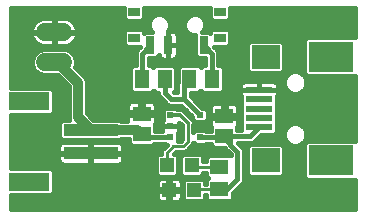
<source format=gtl>
G75*
%MOIN*%
%OFA0B0*%
%FSLAX24Y24*%
%IPPOS*%
%LPD*%
%AMOC8*
5,1,8,0,0,1.08239X$1,22.5*
%
%ADD10R,0.0236X0.0197*%
%ADD11R,0.0512X0.0630*%
%ADD12R,0.0630X0.0512*%
%ADD13R,0.0591X0.0512*%
%ADD14R,0.0472X0.0472*%
%ADD15R,0.1811X0.0394*%
%ADD16R,0.1339X0.0630*%
%ADD17R,0.0945X0.0787*%
%ADD18R,0.0909X0.0197*%
%ADD19R,0.1500X0.1000*%
%ADD20R,0.0394X0.0315*%
%ADD21R,0.0276X0.0591*%
%ADD22C,0.0594*%
%ADD23C,0.0160*%
%ADD24C,0.0320*%
%ADD25C,0.0100*%
%ADD26C,0.0120*%
D10*
X005718Y002759D03*
X005718Y003133D03*
X005718Y003507D03*
X006703Y003507D03*
X006703Y002759D03*
D11*
X006348Y004708D03*
X005522Y004708D03*
X004774Y004708D03*
X007096Y004708D03*
D12*
X007352Y001774D03*
X007352Y001026D03*
D13*
X007510Y002798D03*
X007510Y003467D03*
X004754Y003546D03*
X004754Y002877D03*
D14*
X005600Y001834D03*
X006427Y001834D03*
X006506Y001007D03*
X005679Y001007D03*
D15*
X003061Y002227D03*
X003061Y003015D03*
D16*
X001014Y003960D03*
X001014Y001282D03*
D17*
X008888Y001991D03*
X008888Y005456D03*
D18*
X008666Y004353D03*
X008666Y004038D03*
X008666Y003723D03*
X008666Y003408D03*
X008666Y003093D03*
D19*
X011053Y001991D03*
X011053Y005456D03*
D20*
X007372Y006086D03*
X007372Y006952D03*
X004498Y006952D03*
X004498Y006086D03*
D21*
X005049Y005830D03*
X005640Y005830D03*
X006821Y005830D03*
D22*
X002137Y006271D02*
X001544Y006271D01*
X001544Y005271D02*
X002137Y005271D01*
D23*
X000406Y000827D02*
X000406Y000360D01*
X011857Y000360D01*
X011857Y001351D01*
X010245Y001351D01*
X010163Y001433D01*
X010163Y002549D01*
X010245Y002631D01*
X011857Y002631D01*
X011857Y004816D01*
X010245Y004816D01*
X010163Y004898D01*
X010163Y006014D01*
X010245Y006096D01*
X011857Y006096D01*
X011857Y007087D01*
X007709Y007087D01*
X007709Y006736D01*
X007627Y006654D01*
X007117Y006654D01*
X007035Y006736D01*
X007035Y007087D01*
X004835Y007087D01*
X004835Y006736D01*
X004753Y006654D01*
X004243Y006654D01*
X004161Y006736D01*
X004161Y007087D01*
X000406Y007087D01*
X000406Y004414D01*
X001741Y004414D01*
X001823Y004332D01*
X001823Y003587D01*
X001741Y003505D01*
X000406Y003505D01*
X000406Y001737D01*
X001741Y001737D01*
X001823Y001655D01*
X001823Y000909D01*
X001741Y000827D01*
X000406Y000827D01*
X000406Y000814D02*
X005263Y000814D01*
X005263Y000747D02*
X005275Y000701D01*
X005299Y000660D01*
X005332Y000627D01*
X005373Y000603D01*
X005419Y000591D01*
X005641Y000591D01*
X005641Y000969D01*
X005263Y000969D01*
X005263Y000747D01*
X005303Y000656D02*
X000406Y000656D01*
X000406Y000497D02*
X011857Y000497D01*
X011857Y000656D02*
X007750Y000656D01*
X007725Y000631D02*
X007807Y000713D01*
X007807Y000914D01*
X007828Y000935D01*
X008163Y001270D01*
X008163Y002377D01*
X008034Y002506D01*
X007962Y002578D01*
X008462Y002578D01*
X008590Y002707D01*
X008738Y002855D01*
X009178Y002855D01*
X009260Y002937D01*
X009260Y003250D01*
X009259Y003251D01*
X009260Y003252D01*
X009260Y003565D01*
X009259Y003566D01*
X009260Y003567D01*
X009260Y003880D01*
X009259Y003881D01*
X009260Y003882D01*
X009260Y004140D01*
X009264Y004144D01*
X009288Y004185D01*
X009300Y004231D01*
X009300Y004353D01*
X008666Y004353D01*
X008666Y004353D01*
X009300Y004353D01*
X009300Y004475D01*
X009288Y004521D01*
X009264Y004562D01*
X009231Y004596D01*
X009190Y004619D01*
X009144Y004632D01*
X008666Y004632D01*
X008666Y004353D01*
X008666Y004353D01*
X008031Y004353D01*
X008031Y004231D01*
X008044Y004185D01*
X008067Y004144D01*
X008071Y004140D01*
X008071Y003882D01*
X008072Y003881D01*
X008071Y003880D01*
X008071Y003567D01*
X008072Y003566D01*
X008071Y003565D01*
X008071Y003252D01*
X008072Y003251D01*
X008071Y003250D01*
X008071Y003018D01*
X007945Y003018D01*
X007945Y003097D01*
X007949Y003101D01*
X007973Y003142D01*
X007985Y003188D01*
X007985Y003419D01*
X007558Y003419D01*
X007558Y003515D01*
X007985Y003515D01*
X007985Y003747D01*
X007973Y003793D01*
X007949Y003834D01*
X007916Y003867D01*
X007875Y003891D01*
X007829Y003903D01*
X007558Y003903D01*
X007558Y003515D01*
X007462Y003515D01*
X007462Y003419D01*
X007035Y003419D01*
X007035Y003188D01*
X007047Y003142D01*
X007071Y003101D01*
X007075Y003097D01*
X007075Y002979D01*
X006897Y002979D01*
X006879Y002997D01*
X006527Y002997D01*
X006479Y002950D01*
X006479Y003158D01*
X006489Y003168D01*
X006489Y003306D01*
X006527Y003268D01*
X006879Y003268D01*
X006961Y003350D01*
X006961Y003663D01*
X006879Y003745D01*
X006775Y003745D01*
X006391Y004129D01*
X006391Y004253D01*
X006662Y004253D01*
X006722Y004313D01*
X006783Y004253D01*
X007410Y004253D01*
X007492Y004335D01*
X007492Y005081D01*
X007410Y005163D01*
X007316Y005163D01*
X007316Y005645D01*
X007188Y005774D01*
X007174Y005788D01*
X007627Y005788D01*
X007709Y005870D01*
X007709Y006301D01*
X007627Y006383D01*
X007117Y006383D01*
X007035Y006301D01*
X007035Y006246D01*
X007017Y006265D01*
X006777Y006265D01*
X006828Y006316D01*
X006883Y006448D01*
X006883Y006590D01*
X006828Y006721D01*
X006728Y006821D01*
X006597Y006876D01*
X006455Y006876D01*
X006323Y006821D01*
X006223Y006721D01*
X006168Y006590D01*
X006168Y006448D01*
X006223Y006316D01*
X006323Y006216D01*
X006455Y006161D01*
X006543Y006161D01*
X006543Y005476D01*
X006625Y005394D01*
X006876Y005394D01*
X006876Y005163D01*
X006783Y005163D01*
X006722Y005102D01*
X006662Y005163D01*
X006035Y005163D01*
X005953Y005081D01*
X005953Y004623D01*
X005951Y004622D01*
X005951Y004258D01*
X005841Y004258D01*
X005918Y004335D01*
X005918Y005081D01*
X005836Y005163D01*
X005208Y005163D01*
X005148Y005102D01*
X005087Y005163D01*
X004994Y005163D01*
X004994Y005394D01*
X005245Y005394D01*
X005327Y005476D01*
X005327Y005492D01*
X005334Y005465D01*
X005358Y005424D01*
X005391Y005390D01*
X005432Y005367D01*
X005478Y005354D01*
X005640Y005354D01*
X005801Y005354D01*
X005847Y005367D01*
X005888Y005390D01*
X005922Y005424D01*
X005945Y005465D01*
X005958Y005511D01*
X005958Y005830D01*
X005958Y006149D01*
X005945Y006194D01*
X005922Y006235D01*
X005888Y006269D01*
X005847Y006293D01*
X005801Y006305D01*
X005640Y006305D01*
X005640Y005830D01*
X005640Y005830D01*
X005958Y005830D01*
X005640Y005830D01*
X005640Y005830D01*
X005640Y006305D01*
X005636Y006305D01*
X005647Y006316D01*
X005702Y006448D01*
X005702Y006590D01*
X005647Y006721D01*
X005547Y006821D01*
X005416Y006876D01*
X005273Y006876D01*
X005142Y006821D01*
X005042Y006721D01*
X004987Y006590D01*
X004987Y006448D01*
X005042Y006316D01*
X005093Y006265D01*
X004853Y006265D01*
X004835Y006246D01*
X004835Y006301D01*
X004753Y006383D01*
X004243Y006383D01*
X004161Y006301D01*
X004161Y005870D01*
X004243Y005788D01*
X004696Y005788D01*
X004682Y005774D01*
X004554Y005645D01*
X004554Y005163D01*
X004460Y005163D01*
X004378Y005081D01*
X004378Y004335D01*
X004460Y004253D01*
X005087Y004253D01*
X005148Y004313D01*
X005208Y004253D01*
X005302Y004253D01*
X005302Y004164D01*
X005431Y004035D01*
X005647Y003818D01*
X006080Y003818D01*
X006445Y003454D01*
X006445Y003378D01*
X006116Y003707D01*
X005933Y003707D01*
X005895Y003745D01*
X005542Y003745D01*
X005460Y003663D01*
X005460Y003350D01*
X005463Y003348D01*
X005456Y003342D01*
X005433Y003301D01*
X005420Y003255D01*
X005420Y003133D01*
X005718Y003133D01*
X005718Y003133D01*
X005420Y003133D01*
X005420Y003011D01*
X005429Y002979D01*
X005189Y002979D01*
X005189Y003176D01*
X005193Y003180D01*
X005217Y003221D01*
X005229Y003267D01*
X005229Y003498D01*
X004802Y003498D01*
X004802Y003594D01*
X005229Y003594D01*
X005229Y003826D01*
X005217Y003872D01*
X005193Y003913D01*
X005160Y003946D01*
X005119Y003970D01*
X005073Y003982D01*
X004802Y003982D01*
X004802Y003594D01*
X004706Y003594D01*
X004706Y003498D01*
X004279Y003498D01*
X004279Y003315D01*
X004061Y003315D01*
X004025Y003351D01*
X003148Y003351D01*
X002928Y003572D01*
X002928Y004649D01*
X002882Y004759D01*
X002540Y005101D01*
X002574Y005184D01*
X002574Y005357D01*
X002508Y005518D01*
X002385Y005641D01*
X002224Y005707D01*
X001457Y005707D01*
X001296Y005641D01*
X001173Y005518D01*
X001107Y005357D01*
X001107Y005184D01*
X001173Y005023D01*
X001296Y004900D01*
X001457Y004834D01*
X001959Y004834D01*
X002328Y004465D01*
X002328Y003388D01*
X002343Y003351D01*
X002098Y003351D01*
X002015Y003269D01*
X002015Y002760D01*
X002098Y002678D01*
X004025Y002678D01*
X004061Y002715D01*
X004319Y002715D01*
X004319Y002563D01*
X004401Y002481D01*
X005107Y002481D01*
X005165Y002539D01*
X005524Y002539D01*
X005542Y002520D01*
X005605Y002520D01*
X005522Y002437D01*
X005410Y002326D01*
X005410Y002210D01*
X005306Y002210D01*
X005224Y002128D01*
X005224Y001539D01*
X005306Y001457D01*
X005895Y001457D01*
X005977Y001539D01*
X005977Y002128D01*
X005895Y002210D01*
X005832Y002210D01*
X005896Y002273D01*
X006211Y002273D01*
X006322Y002385D01*
X006479Y002542D01*
X006479Y002568D01*
X006527Y002520D01*
X006879Y002520D01*
X006897Y002539D01*
X007075Y002539D01*
X007075Y002484D01*
X007157Y002402D01*
X007516Y002402D01*
X007723Y002195D01*
X007723Y002170D01*
X006979Y002170D01*
X006897Y002088D01*
X006897Y001964D01*
X006803Y001964D01*
X006803Y002128D01*
X006721Y002210D01*
X006133Y002210D01*
X006051Y002128D01*
X006051Y001539D01*
X006133Y001457D01*
X006721Y001457D01*
X006803Y001539D01*
X006803Y001584D01*
X006897Y001584D01*
X006897Y001461D01*
X006958Y001400D01*
X006897Y001340D01*
X006897Y001216D01*
X006882Y001216D01*
X006882Y001301D01*
X006800Y001383D01*
X006212Y001383D01*
X006130Y001301D01*
X006130Y000713D01*
X006212Y000631D01*
X006800Y000631D01*
X006882Y000713D01*
X006882Y000836D01*
X006897Y000836D01*
X006897Y000713D01*
X006979Y000631D01*
X007725Y000631D01*
X007807Y000814D02*
X011857Y000814D01*
X011857Y000973D02*
X007865Y000973D01*
X008024Y001131D02*
X011857Y001131D01*
X011857Y001290D02*
X008163Y001290D01*
X007943Y001361D02*
X007608Y001026D01*
X007352Y001026D01*
X006897Y000814D02*
X006882Y000814D01*
X006825Y000656D02*
X006954Y000656D01*
X006187Y000656D02*
X006055Y000656D01*
X006059Y000660D02*
X006083Y000701D01*
X006095Y000747D01*
X006095Y000969D01*
X005717Y000969D01*
X005717Y001045D01*
X005641Y001045D01*
X005641Y001423D01*
X005419Y001423D01*
X005373Y001411D01*
X005332Y001387D01*
X005299Y001354D01*
X005275Y001312D01*
X005263Y001267D01*
X005263Y001045D01*
X005641Y001045D01*
X005641Y000969D01*
X005717Y000969D01*
X005717Y000591D01*
X005939Y000591D01*
X005985Y000603D01*
X006026Y000627D01*
X006059Y000660D01*
X006095Y000814D02*
X006130Y000814D01*
X006130Y000973D02*
X005717Y000973D01*
X005717Y001045D02*
X006095Y001045D01*
X006095Y001267D01*
X006083Y001312D01*
X006059Y001354D01*
X006026Y001387D01*
X005985Y001411D01*
X005939Y001423D01*
X005717Y001423D01*
X005717Y001045D01*
X005717Y001131D02*
X005641Y001131D01*
X005641Y000973D02*
X001823Y000973D01*
X001823Y001131D02*
X005263Y001131D01*
X005269Y001290D02*
X001823Y001290D01*
X001823Y001448D02*
X006910Y001448D01*
X006897Y001290D02*
X006882Y001290D01*
X006130Y001290D02*
X006089Y001290D01*
X006095Y001131D02*
X006130Y001131D01*
X005717Y001290D02*
X005641Y001290D01*
X005977Y001607D02*
X006051Y001607D01*
X006051Y001765D02*
X005977Y001765D01*
X005977Y001924D02*
X006051Y001924D01*
X006051Y002082D02*
X005977Y002082D01*
X005863Y002241D02*
X007678Y002241D01*
X007519Y002399D02*
X006336Y002399D01*
X006479Y002558D02*
X006489Y002558D01*
X006703Y002759D02*
X007470Y002759D01*
X007943Y002286D01*
X007943Y001361D01*
X008163Y001448D02*
X010163Y001448D01*
X010163Y001607D02*
X009500Y001607D01*
X009500Y001539D02*
X009500Y002443D01*
X009418Y002525D01*
X008357Y002525D01*
X008275Y002443D01*
X008275Y001539D01*
X008357Y001457D01*
X009418Y001457D01*
X009500Y001539D01*
X009500Y001765D02*
X010163Y001765D01*
X010163Y001924D02*
X009500Y001924D01*
X009500Y002082D02*
X010163Y002082D01*
X010163Y002241D02*
X009500Y002241D01*
X009500Y002399D02*
X010163Y002399D01*
X010172Y002558D02*
X010105Y002558D01*
X010085Y002538D02*
X010192Y002644D01*
X010249Y002782D01*
X010249Y002932D01*
X010192Y003071D01*
X010085Y003177D01*
X009947Y003234D01*
X009797Y003234D01*
X009659Y003177D01*
X009553Y003071D01*
X009495Y002932D01*
X009495Y002782D01*
X009553Y002644D01*
X009659Y002538D01*
X009797Y002480D01*
X009947Y002480D01*
X010085Y002538D01*
X010221Y002716D02*
X011857Y002716D01*
X011857Y002875D02*
X010249Y002875D01*
X010207Y003033D02*
X011857Y003033D01*
X011857Y003192D02*
X010050Y003192D01*
X009694Y003192D02*
X009260Y003192D01*
X009260Y003350D02*
X011857Y003350D01*
X011857Y003509D02*
X009260Y003509D01*
X009260Y003667D02*
X011857Y003667D01*
X011857Y003826D02*
X009260Y003826D01*
X009260Y003984D02*
X011857Y003984D01*
X011857Y004143D02*
X009262Y004143D01*
X009300Y004301D02*
X009628Y004301D01*
X009659Y004270D02*
X009553Y004376D01*
X009495Y004514D01*
X009495Y004664D01*
X009553Y004803D01*
X009659Y004909D01*
X009797Y004966D01*
X009947Y004966D01*
X010085Y004909D01*
X010192Y004803D01*
X010249Y004664D01*
X010249Y004514D01*
X010192Y004376D01*
X010085Y004270D01*
X009947Y004213D01*
X009797Y004213D01*
X009659Y004270D01*
X009518Y004460D02*
X009300Y004460D01*
X009192Y004618D02*
X009495Y004618D01*
X009542Y004777D02*
X007492Y004777D01*
X007492Y004935D02*
X008344Y004935D01*
X008357Y004922D02*
X009418Y004922D01*
X009500Y005004D01*
X009500Y005907D01*
X009418Y005989D01*
X008357Y005989D01*
X008275Y005907D01*
X008275Y005004D01*
X008357Y004922D01*
X008275Y005094D02*
X007479Y005094D01*
X007316Y005252D02*
X008275Y005252D01*
X008275Y005411D02*
X007316Y005411D01*
X007316Y005569D02*
X008275Y005569D01*
X008275Y005728D02*
X007234Y005728D01*
X007096Y005554D02*
X007096Y004708D01*
X007492Y004618D02*
X008140Y004618D01*
X008142Y004619D02*
X008101Y004596D01*
X008067Y004562D01*
X008044Y004521D01*
X008031Y004475D01*
X008031Y004353D01*
X008666Y004353D01*
X008666Y004353D01*
X008666Y004632D01*
X008188Y004632D01*
X008142Y004619D01*
X008031Y004460D02*
X007492Y004460D01*
X007459Y004301D02*
X008031Y004301D01*
X008069Y004143D02*
X006391Y004143D01*
X006537Y003984D02*
X008071Y003984D01*
X008071Y003826D02*
X007954Y003826D01*
X007985Y003667D02*
X008071Y003667D01*
X008071Y003509D02*
X007558Y003509D01*
X007462Y003509D02*
X006961Y003509D01*
X007035Y003515D02*
X007462Y003515D01*
X007462Y003903D01*
X007191Y003903D01*
X007145Y003891D01*
X007104Y003867D01*
X007071Y003834D01*
X007047Y003793D01*
X007035Y003747D01*
X007035Y003515D01*
X007035Y003667D02*
X006957Y003667D01*
X007066Y003826D02*
X006695Y003826D01*
X006231Y003667D02*
X006156Y003667D01*
X006315Y003509D02*
X006390Y003509D01*
X006703Y003507D02*
X006171Y004038D01*
X006171Y004530D01*
X006348Y004708D01*
X005953Y004777D02*
X005918Y004777D01*
X005918Y004935D02*
X005953Y004935D01*
X005965Y005094D02*
X005905Y005094D01*
X005640Y005354D02*
X005640Y005830D01*
X005640Y005830D01*
X005640Y005354D01*
X005640Y005411D02*
X005640Y005411D01*
X005640Y005569D02*
X005640Y005569D01*
X005640Y005728D02*
X005640Y005728D01*
X005958Y005728D02*
X006543Y005728D01*
X006543Y005569D02*
X005958Y005569D01*
X005908Y005411D02*
X006609Y005411D01*
X006876Y005252D02*
X004994Y005252D01*
X005261Y005411D02*
X005371Y005411D01*
X005049Y005830D02*
X004774Y005554D01*
X004774Y004708D01*
X004378Y004777D02*
X002865Y004777D01*
X002928Y004618D02*
X004378Y004618D01*
X004378Y004460D02*
X002928Y004460D01*
X002928Y004301D02*
X004411Y004301D01*
X004435Y003982D02*
X004389Y003970D01*
X004348Y003946D01*
X004315Y003913D01*
X004291Y003872D01*
X004279Y003826D01*
X004279Y003594D01*
X004706Y003594D01*
X004706Y003982D01*
X004435Y003982D01*
X004279Y003826D02*
X002928Y003826D01*
X002928Y003984D02*
X005481Y003984D01*
X005323Y004143D02*
X002928Y004143D01*
X002328Y004143D02*
X001823Y004143D01*
X001823Y004301D02*
X002328Y004301D01*
X002328Y004460D02*
X000406Y004460D01*
X000406Y004618D02*
X002175Y004618D01*
X002017Y004777D02*
X000406Y004777D01*
X000406Y004935D02*
X001261Y004935D01*
X001144Y005094D02*
X000406Y005094D01*
X000406Y005252D02*
X001107Y005252D01*
X001129Y005411D02*
X000406Y005411D01*
X000406Y005569D02*
X001224Y005569D01*
X001361Y005829D02*
X001432Y005805D01*
X001506Y005794D01*
X001822Y005794D01*
X001822Y006252D01*
X001859Y006252D01*
X001859Y005794D01*
X002175Y005794D01*
X002249Y005805D01*
X002320Y005829D01*
X002387Y005863D01*
X002448Y005907D01*
X002501Y005960D01*
X002545Y006021D01*
X002579Y006088D01*
X002602Y006159D01*
X002614Y006233D01*
X002614Y006252D01*
X001859Y006252D01*
X001859Y006289D01*
X002614Y006289D01*
X002614Y006308D01*
X002602Y006382D01*
X002579Y006454D01*
X002545Y006520D01*
X004987Y006520D01*
X005023Y006362D02*
X004774Y006362D01*
X004777Y006679D02*
X005024Y006679D01*
X005180Y006837D02*
X004835Y006837D01*
X004835Y006996D02*
X007035Y006996D01*
X007035Y006837D02*
X006690Y006837D01*
X006846Y006679D02*
X007093Y006679D01*
X006883Y006520D02*
X011857Y006520D01*
X011857Y006362D02*
X007648Y006362D01*
X007709Y006203D02*
X011857Y006203D01*
X011857Y006679D02*
X007651Y006679D01*
X007709Y006837D02*
X011857Y006837D01*
X011857Y006996D02*
X007709Y006996D01*
X007096Y006362D02*
X006847Y006362D01*
X006543Y006045D02*
X005958Y006045D01*
X005958Y005886D02*
X006543Y005886D01*
X006821Y005830D02*
X007096Y005554D01*
X007709Y005886D02*
X008275Y005886D01*
X007709Y006045D02*
X010194Y006045D01*
X010163Y005886D02*
X009500Y005886D01*
X009500Y005728D02*
X010163Y005728D01*
X010163Y005569D02*
X009500Y005569D01*
X009500Y005411D02*
X010163Y005411D01*
X010163Y005252D02*
X009500Y005252D01*
X009500Y005094D02*
X010163Y005094D01*
X010163Y004935D02*
X010023Y004935D01*
X010202Y004777D02*
X011857Y004777D01*
X011857Y004618D02*
X010249Y004618D01*
X010226Y004460D02*
X011857Y004460D01*
X011857Y004301D02*
X010117Y004301D01*
X009722Y004935D02*
X009431Y004935D01*
X008666Y004618D02*
X008666Y004618D01*
X008666Y004460D02*
X008666Y004460D01*
X007558Y003826D02*
X007462Y003826D01*
X007462Y003667D02*
X007558Y003667D01*
X007985Y003350D02*
X008071Y003350D01*
X008071Y003192D02*
X007985Y003192D01*
X007945Y003033D02*
X008071Y003033D01*
X008370Y002798D02*
X007510Y002798D01*
X007509Y002798D02*
X007508Y002788D01*
X007504Y002779D01*
X007498Y002770D01*
X007490Y002764D01*
X007480Y002760D01*
X007470Y002759D01*
X007075Y003033D02*
X006479Y003033D01*
X006489Y003192D02*
X007035Y003192D01*
X007035Y003350D02*
X006960Y003350D01*
X006099Y003158D02*
X006099Y002700D01*
X006053Y002653D01*
X005977Y002653D01*
X005977Y002915D01*
X005974Y002917D01*
X005981Y002924D01*
X006004Y002965D01*
X006017Y003011D01*
X006017Y003133D01*
X006017Y003241D01*
X006099Y003158D01*
X006066Y003192D02*
X006017Y003192D01*
X006017Y003133D02*
X005718Y003133D01*
X005718Y003133D01*
X006017Y003133D01*
X006017Y003033D02*
X006099Y003033D01*
X006099Y002875D02*
X005977Y002875D01*
X005977Y002716D02*
X006099Y002716D01*
X005718Y002759D02*
X004872Y002759D01*
X004754Y002877D01*
X005189Y003033D02*
X005420Y003033D01*
X005420Y003192D02*
X005200Y003192D01*
X005229Y003350D02*
X005461Y003350D01*
X005460Y003509D02*
X004802Y003509D01*
X004706Y003509D02*
X002991Y003509D01*
X002928Y003667D02*
X004279Y003667D01*
X004706Y003667D02*
X004802Y003667D01*
X004802Y003826D02*
X004706Y003826D01*
X005229Y003826D02*
X005640Y003826D01*
X005464Y003667D02*
X005229Y003667D01*
X005738Y004038D02*
X005522Y004255D01*
X005522Y004708D01*
X005918Y004618D02*
X005951Y004618D01*
X005951Y004460D02*
X005918Y004460D01*
X005884Y004301D02*
X005951Y004301D01*
X005738Y004038D02*
X006171Y004038D01*
X006711Y004301D02*
X006734Y004301D01*
X005159Y004301D02*
X005136Y004301D01*
X004378Y004935D02*
X002707Y004935D01*
X002548Y005094D02*
X004391Y005094D01*
X004554Y005252D02*
X002574Y005252D01*
X002552Y005411D02*
X004554Y005411D01*
X004554Y005569D02*
X002457Y005569D01*
X002419Y005886D02*
X004161Y005886D01*
X004161Y006045D02*
X002557Y006045D01*
X002609Y006203D02*
X004161Y006203D01*
X004222Y006362D02*
X002606Y006362D01*
X002545Y006520D02*
X002501Y006581D01*
X002448Y006634D01*
X002387Y006678D01*
X002320Y006712D01*
X002249Y006736D01*
X002175Y006747D01*
X001859Y006747D01*
X001859Y006289D01*
X001822Y006289D01*
X001822Y006252D01*
X001067Y006252D01*
X001067Y006233D01*
X001079Y006159D01*
X001102Y006088D01*
X001136Y006021D01*
X001180Y005960D01*
X001233Y005907D01*
X001294Y005863D01*
X001361Y005829D01*
X001262Y005886D02*
X000406Y005886D01*
X000406Y006045D02*
X001124Y006045D01*
X001072Y006203D02*
X000406Y006203D01*
X000406Y006362D02*
X001075Y006362D01*
X001079Y006382D02*
X001067Y006308D01*
X001067Y006289D01*
X001822Y006289D01*
X001822Y006747D01*
X001506Y006747D01*
X001432Y006736D01*
X001361Y006712D01*
X001294Y006678D01*
X001233Y006634D01*
X001180Y006581D01*
X001136Y006520D01*
X000406Y006520D01*
X000406Y006679D02*
X001294Y006679D01*
X001136Y006520D02*
X001102Y006454D01*
X001079Y006382D01*
X001822Y006362D02*
X001859Y006362D01*
X001859Y006520D02*
X001822Y006520D01*
X001822Y006679D02*
X001859Y006679D01*
X002387Y006679D02*
X004219Y006679D01*
X004161Y006837D02*
X000406Y006837D01*
X000406Y006996D02*
X004161Y006996D01*
X005509Y006837D02*
X006361Y006837D01*
X006205Y006679D02*
X005665Y006679D01*
X005702Y006520D02*
X006168Y006520D01*
X006204Y006362D02*
X005666Y006362D01*
X005640Y006203D02*
X005640Y006203D01*
X005640Y006045D02*
X005640Y006045D01*
X005640Y005886D02*
X005640Y005886D01*
X005940Y006203D02*
X006354Y006203D01*
X004636Y005728D02*
X000406Y005728D01*
X001822Y005886D02*
X001859Y005886D01*
X001859Y006045D02*
X001822Y006045D01*
X001822Y006203D02*
X001859Y006203D01*
X001823Y003984D02*
X002328Y003984D01*
X002328Y003826D02*
X001823Y003826D01*
X001823Y003667D02*
X002328Y003667D01*
X002328Y003509D02*
X001745Y003509D01*
X002096Y003350D02*
X000406Y003350D01*
X000406Y003192D02*
X002015Y003192D01*
X002015Y003033D02*
X000406Y003033D01*
X000406Y002875D02*
X002015Y002875D01*
X002059Y002716D02*
X000406Y002716D01*
X000406Y002558D02*
X002034Y002558D01*
X002045Y002568D02*
X002011Y002535D01*
X001988Y002494D01*
X001975Y002448D01*
X001975Y002246D01*
X003043Y002246D01*
X003043Y002604D01*
X002132Y002604D01*
X002086Y002592D01*
X002045Y002568D01*
X001975Y002399D02*
X000406Y002399D01*
X000406Y002241D02*
X003043Y002241D01*
X003043Y002246D02*
X003043Y002209D01*
X003079Y002209D01*
X003079Y001850D01*
X003990Y001850D01*
X004036Y001863D01*
X004077Y001886D01*
X004111Y001920D01*
X004134Y001961D01*
X004147Y002007D01*
X004147Y002209D01*
X003079Y002209D01*
X003079Y002246D01*
X003043Y002246D01*
X003079Y002246D02*
X003079Y002604D01*
X003990Y002604D01*
X004036Y002592D01*
X004077Y002568D01*
X004111Y002535D01*
X004134Y002494D01*
X004147Y002448D01*
X004147Y002246D01*
X003079Y002246D01*
X003079Y002241D02*
X005410Y002241D01*
X005484Y002399D02*
X004147Y002399D01*
X004088Y002558D02*
X004324Y002558D01*
X004147Y002082D02*
X005224Y002082D01*
X005224Y001924D02*
X004113Y001924D01*
X003079Y001924D02*
X003043Y001924D01*
X003043Y001850D02*
X003043Y002209D01*
X001975Y002209D01*
X001975Y002007D01*
X001988Y001961D01*
X002011Y001920D01*
X002045Y001886D01*
X002086Y001863D01*
X002132Y001850D01*
X003043Y001850D01*
X003043Y002082D02*
X003079Y002082D01*
X003079Y002399D02*
X003043Y002399D01*
X003043Y002558D02*
X003079Y002558D01*
X001975Y002082D02*
X000406Y002082D01*
X000406Y001924D02*
X002009Y001924D01*
X001823Y001607D02*
X005224Y001607D01*
X005224Y001765D02*
X000406Y001765D01*
X004026Y003350D02*
X004279Y003350D01*
X006803Y002082D02*
X006897Y002082D01*
X007983Y002558D02*
X009639Y002558D01*
X009523Y002716D02*
X008599Y002716D01*
X008370Y002798D02*
X008666Y003093D01*
X009198Y002875D02*
X009495Y002875D01*
X009537Y003033D02*
X009260Y003033D01*
X008275Y002399D02*
X008141Y002399D01*
X008163Y002241D02*
X008275Y002241D01*
X008275Y002082D02*
X008163Y002082D01*
X008163Y001924D02*
X008275Y001924D01*
X008275Y001765D02*
X008163Y001765D01*
X008163Y001607D02*
X008275Y001607D01*
X005717Y000814D02*
X005641Y000814D01*
X005641Y000656D02*
X005717Y000656D01*
D24*
X004754Y002877D02*
X004616Y003015D01*
X003061Y003015D01*
X002628Y003448D01*
X002628Y004589D01*
X001947Y005271D01*
X001841Y005271D01*
D25*
X006289Y003251D02*
X006289Y002621D01*
X006132Y002463D01*
X005817Y002463D01*
X005600Y002247D01*
X005600Y001834D01*
X006427Y001834D02*
X006486Y001774D01*
X007352Y001774D01*
X007352Y001026D02*
X006526Y001026D01*
X006506Y001007D01*
D26*
X006289Y003251D02*
X006033Y003507D01*
X005718Y003507D01*
M02*

</source>
